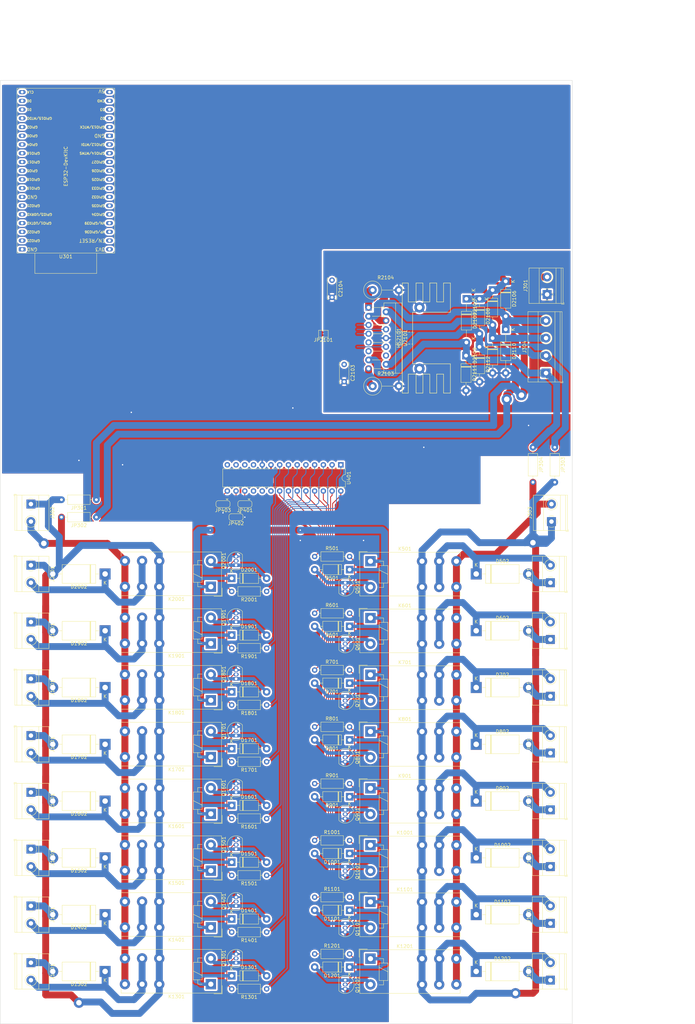
<source format=kicad_pcb>
(kicad_pcb (version 20211014) (generator pcbnew)

  (general
    (thickness 1.6)
  )

  (paper "A3" portrait)
  (layers
    (0 "F.Cu" signal)
    (31 "B.Cu" signal)
    (32 "B.Adhes" user "B.Adhesive")
    (33 "F.Adhes" user "F.Adhesive")
    (34 "B.Paste" user)
    (35 "F.Paste" user)
    (36 "B.SilkS" user "B.Silkscreen")
    (37 "F.SilkS" user "F.Silkscreen")
    (38 "B.Mask" user)
    (39 "F.Mask" user)
    (40 "Dwgs.User" user "User.Drawings")
    (41 "Cmts.User" user "User.Comments")
    (42 "Eco1.User" user "User.Eco1")
    (43 "Eco2.User" user "User.Eco2")
    (44 "Edge.Cuts" user)
    (45 "Margin" user)
    (46 "B.CrtYd" user "B.Courtyard")
    (47 "F.CrtYd" user "F.Courtyard")
    (48 "B.Fab" user)
    (49 "F.Fab" user)
    (50 "User.1" user "Nutzer.1")
    (51 "User.2" user "Nutzer.2")
    (52 "User.3" user "Nutzer.3")
    (53 "User.4" user "Nutzer.4")
    (54 "User.5" user "Nutzer.5")
    (55 "User.6" user "Nutzer.6")
    (56 "User.7" user "Nutzer.7")
    (57 "User.8" user "Nutzer.8")
    (58 "User.9" user "Nutzer.9")
  )

  (setup
    (stackup
      (layer "F.SilkS" (type "Top Silk Screen"))
      (layer "F.Paste" (type "Top Solder Paste"))
      (layer "F.Mask" (type "Top Solder Mask") (thickness 0.01))
      (layer "F.Cu" (type "copper") (thickness 0.035))
      (layer "dielectric 1" (type "core") (thickness 1.51) (material "FR4") (epsilon_r 4.5) (loss_tangent 0.02))
      (layer "B.Cu" (type "copper") (thickness 0.035))
      (layer "B.Mask" (type "Bottom Solder Mask") (thickness 0.01))
      (layer "B.Paste" (type "Bottom Solder Paste"))
      (layer "B.SilkS" (type "Bottom Silk Screen"))
      (copper_finish "None")
      (dielectric_constraints no)
    )
    (pad_to_mask_clearance 0)
    (pcbplotparams
      (layerselection 0x00010fc_ffffffff)
      (disableapertmacros false)
      (usegerberextensions false)
      (usegerberattributes true)
      (usegerberadvancedattributes true)
      (creategerberjobfile true)
      (svguseinch false)
      (svgprecision 6)
      (excludeedgelayer true)
      (plotframeref false)
      (viasonmask false)
      (mode 1)
      (useauxorigin false)
      (hpglpennumber 1)
      (hpglpenspeed 20)
      (hpglpendiameter 15.000000)
      (dxfpolygonmode true)
      (dxfimperialunits true)
      (dxfusepcbnewfont true)
      (psnegative false)
      (psa4output false)
      (plotreference true)
      (plotvalue true)
      (plotinvisibletext false)
      (sketchpadsonfab false)
      (subtractmaskfromsilk false)
      (outputformat 1)
      (mirror false)
      (drillshape 1)
      (scaleselection 1)
      (outputdirectory "")
    )
  )

  (net 0 "")
  (net 1 "+12V")
  (net 2 "/Digital/Relais Ansteuerung/C")
  (net 3 "/Digital/Relais Ansteuerung/A")
  (net 4 "/Digital/Relais Ansteuerung/D")
  (net 5 "/Digital/Relais Ansteuerung/B")
  (net 6 "Net-(Q501-Pad2)")
  (net 7 "GND")
  (net 8 "Net-(Q601-Pad2)")
  (net 9 "Net-(Q701-Pad2)")
  (net 10 "Net-(Q801-Pad2)")
  (net 11 "Net-(Q901-Pad2)")
  (net 12 "Net-(Q1001-Pad2)")
  (net 13 "Net-(Q1101-Pad2)")
  (net 14 "Net-(Q1201-Pad2)")
  (net 15 "Net-(Q1301-Pad2)")
  (net 16 "Net-(Q1401-Pad2)")
  (net 17 "Net-(Q1501-Pad2)")
  (net 18 "Net-(Q1601-Pad2)")
  (net 19 "Net-(Q1701-Pad2)")
  (net 20 "Net-(Q1801-Pad2)")
  (net 21 "Net-(Q1901-Pad2)")
  (net 22 "Net-(Q2001-Pad2)")
  (net 23 "/Digital/Relais Ansteuerung/Relais0/On")
  (net 24 "/Digital/Relais Ansteuerung/Relais1/On")
  (net 25 "/Digital/Relais Ansteuerung/Relais2/On")
  (net 26 "/Digital/Relais Ansteuerung/Relais3/On")
  (net 27 "/Digital/Relais Ansteuerung/Relais4/On")
  (net 28 "/Digital/Relais Ansteuerung/Relais5/On")
  (net 29 "/Digital/Relais Ansteuerung/Relais6/On")
  (net 30 "/Digital/Relais Ansteuerung/Relais7/On")
  (net 31 "/Digital/Relais Ansteuerung/Relais8/On")
  (net 32 "/Digital/Relais Ansteuerung/Relais9/On")
  (net 33 "/Digital/Relais Ansteuerung/Relais10/On")
  (net 34 "/Digital/Relais Ansteuerung/Relais11/On")
  (net 35 "/Digital/Relais Ansteuerung/Relais12/On")
  (net 36 "/Digital/Relais Ansteuerung/Relais13/On")
  (net 37 "/Digital/Relais Ansteuerung/Relais14/On")
  (net 38 "/Digital/Relais Ansteuerung/Relais15/On")
  (net 39 "+3V3")
  (net 40 "unconnected-(U301-Pad2)")
  (net 41 "unconnected-(U301-Pad3)")
  (net 42 "unconnected-(U301-Pad4)")
  (net 43 "unconnected-(U301-Pad5)")
  (net 44 "unconnected-(U301-Pad6)")
  (net 45 "unconnected-(U301-Pad7)")
  (net 46 "unconnected-(U301-Pad8)")
  (net 47 "unconnected-(U301-Pad9)")
  (net 48 "unconnected-(U301-Pad10)")
  (net 49 "unconnected-(U301-Pad11)")
  (net 50 "unconnected-(U301-Pad12)")
  (net 51 "unconnected-(U301-Pad13)")
  (net 52 "unconnected-(U301-Pad14)")
  (net 53 "unconnected-(U301-Pad15)")
  (net 54 "unconnected-(U301-Pad16)")
  (net 55 "unconnected-(U301-Pad17)")
  (net 56 "unconnected-(U301-Pad18)")
  (net 57 "unconnected-(U301-Pad19)")
  (net 58 "/Digital/SCL")
  (net 59 "/Digital/SDA")
  (net 60 "unconnected-(U301-Pad22)")
  (net 61 "unconnected-(U301-Pad23)")
  (net 62 "unconnected-(U301-Pad24)")
  (net 63 "unconnected-(U301-Pad25)")
  (net 64 "unconnected-(U301-Pad26)")
  (net 65 "unconnected-(U301-Pad27)")
  (net 66 "unconnected-(U301-Pad28)")
  (net 67 "unconnected-(U301-Pad29)")
  (net 68 "unconnected-(U301-Pad30)")
  (net 69 "unconnected-(U301-Pad31)")
  (net 70 "unconnected-(U301-Pad32)")
  (net 71 "unconnected-(U301-Pad33)")
  (net 72 "unconnected-(U301-Pad34)")
  (net 73 "unconnected-(U301-Pad35)")
  (net 74 "unconnected-(U301-Pad36)")
  (net 75 "unconnected-(U301-Pad37)")
  (net 76 "unconnected-(U301-Pad38)")
  (net 77 "unconnected-(U401-Pad11)")
  (net 78 "unconnected-(U401-Pad14)")
  (net 79 "~{Reset}")
  (net 80 "/Digital/Relais Ansteuerung/IntA")
  (net 81 "/Digital/Relais Ansteuerung/IntB")
  (net 82 "/Digital/Relais Ansteuerung/Relais0/AB")
  (net 83 "/Digital/Relais Ansteuerung/Relais1/AB")
  (net 84 "/Digital/Relais Ansteuerung/Relais2/AB")
  (net 85 "/Digital/Relais Ansteuerung/Relais3/AB")
  (net 86 "/Digital/Relais Ansteuerung/Relais4/AB")
  (net 87 "/Digital/Relais Ansteuerung/Relais5/AB")
  (net 88 "/Digital/Relais Ansteuerung/Relais6/AB")
  (net 89 "/Digital/Relais Ansteuerung/Relais7/AB")
  (net 90 "/Digital/Relais Ansteuerung/Relais8/AB")
  (net 91 "/Digital/Relais Ansteuerung/Relais9/AB")
  (net 92 "/Digital/Relais Ansteuerung/Relais10/AB")
  (net 93 "/Digital/Relais Ansteuerung/Relais11/AB")
  (net 94 "/Digital/Relais Ansteuerung/Relais12/AB")
  (net 95 "/Digital/Relais Ansteuerung/Relais13/AB")
  (net 96 "/Digital/Relais Ansteuerung/Relais14/AB")
  (net 97 "/Digital/Relais Ansteuerung/Relais15/AB")
  (net 98 "/Digital/Relais Ansteuerung/Relais0/mitte")
  (net 99 "/Digital/Relais Ansteuerung/Relais1/mitte")
  (net 100 "/Digital/Relais Ansteuerung/Relais2/mitte")
  (net 101 "/Digital/Relais Ansteuerung/Relais3/mitte")
  (net 102 "/Digital/Relais Ansteuerung/Relais4/mitte")
  (net 103 "/Digital/Relais Ansteuerung/Relais5/mitte")
  (net 104 "/Digital/Relais Ansteuerung/Relais6/mitte")
  (net 105 "/Digital/Relais Ansteuerung/Relais7/mitte")
  (net 106 "/Digital/Relais Ansteuerung/Relais8/mitte")
  (net 107 "/Digital/Relais Ansteuerung/Relais9/mitte")
  (net 108 "/Digital/Relais Ansteuerung/Relais10/mitte")
  (net 109 "/Digital/Relais Ansteuerung/Relais11/mitte")
  (net 110 "/Digital/Relais Ansteuerung/Relais12/mitte")
  (net 111 "/Digital/Relais Ansteuerung/Relais13/mitte")
  (net 112 "/Digital/Relais Ansteuerung/Relais14/mitte")
  (net 113 "/Digital/Relais Ansteuerung/Relais15/mitte")
  (net 114 "/Digital/Motortreiber/M2B")
  (net 115 "/Digital/Motortreiber/M2A")
  (net 116 "/Digital/Motortreiber/M1B")
  (net 117 "/Digital/Motortreiber/M1A")
  (net 118 "/Digital/Motortreiber/1m")
  (net 119 "/Digital/Motortreiber/1A")
  (net 120 "/Digital/Motortreiber/1Enable")
  (net 121 "/Digital/Motortreiber/1B")
  (net 122 "+5V")
  (net 123 "/Digital/Motortreiber/2A")
  (net 124 "/Digital/Motortreiber/2Enable")
  (net 125 "/Digital/Motortreiber/2B")
  (net 126 "/Digital/Motortreiber/2m")
  (net 127 "/Digital/Motortreiber/GNDPWR")
  (net 128 "/Digital/Motortreiber/VS")
  (net 129 "Net-(JP401-Pad2)")
  (net 130 "Net-(JP402-Pad2)")
  (net 131 "Net-(JP403-Pad2)")

  (footprint "Relay_THT:Relay_DPDT_Finder_40.52" (layer "F.Cu") (at 89.1775 333.9075 180))

  (footprint "Jumper:SolderJumper-3_P1.3mm_Bridged2Bar12_RoundedPad1.0x1.5mm" (layer "F.Cu") (at 99.09 210.82 180))

  (footprint "Resistor_THT:R_Axial_DIN0207_L6.3mm_D2.5mm_P10.16mm_Horizontal" (layer "F.Cu") (at 105.41 318.77 180))

  (footprint "Capacitor_THT:C_Disc_D6.0mm_W2.5mm_P5.00mm" (layer "F.Cu") (at 124.435 145.71 -90))

  (footprint "Relay_THT:Relay_DPDT_Finder_40.52" (layer "F.Cu") (at 135.6125 343.0025))

  (footprint "Resistor_THT:R_Axial_DIN0207_L6.3mm_D2.5mm_P10.16mm_Horizontal" (layer "F.Cu") (at 55.88 209.55 180))

  (footprint "Diode_THT:D_DO-41_SOD81_P10.16mm_Horizontal" (layer "F.Cu") (at 163.415 167.64 -90))

  (footprint "Diode_THT:D_DO-41_SOD81_P12.70mm_Horizontal" (layer "F.Cu") (at 174.955 160.02 -90))

  (footprint "Diode_THT:D_DO-201AD_P15.24mm_Horizontal" (layer "F.Cu") (at 166.37 297.18))

  (footprint "Resistor_THT:R_Axial_DIN0207_L6.3mm_D2.5mm_P10.16mm_Horizontal" (layer "F.Cu") (at 105.41 335.28 180))

  (footprint "TerminalBlock_Phoenix:TerminalBlock_Phoenix_MKDS-1,5-2-5.08_1x02_P5.08mm_Horizontal" (layer "F.Cu") (at 36.83 344.17 -90))

  (footprint "Resistor_THT:R_Axial_DIN0207_L6.3mm_D2.5mm_P10.16mm_Horizontal" (layer "F.Cu") (at 55.88 214.63 180))

  (footprint "Resistor_THT:R_Axial_DIN0207_L6.3mm_D2.5mm_P10.16mm_Horizontal" (layer "F.Cu") (at 105.41 302.26 180))

  (footprint "TerminalBlock_Phoenix:TerminalBlock_Phoenix_MKDS-1,5-2-5.08_1x02_P5.08mm_Horizontal" (layer "F.Cu") (at 187.96 266.7 90))

  (footprint "Diode_THT:D_DO-201AD_P15.24mm_Horizontal" (layer "F.Cu") (at 58.42 330.2 180))

  (footprint "Resistor_THT:R_Axial_DIN0516_L15.5mm_D5.0mm_P7.62mm_Vertical" (layer "F.Cu") (at 136.235 176.53))

  (footprint "TerminalBlock_Phoenix:TerminalBlock_Phoenix_MKDS-1,5-2-5.08_1x02_P5.08mm_Horizontal" (layer "F.Cu") (at 36.83 261.62 -90))

  (footprint "TerminalBlock_Phoenix:TerminalBlock_Phoenix_MKDS-1,5-2-5.08_1x02_P5.08mm_Horizontal" (layer "F.Cu") (at 36.83 245.11 -90))

  (footprint "Diode_THT:D_DO-201AD_P15.24mm_Horizontal" (layer "F.Cu") (at 166.37 280.67))

  (footprint "Diode_THT:D_DO-41_SOD81_P10.16mm_Horizontal" (layer "F.Cu") (at 95.25 248.92))

  (footprint "Relay_THT:Relay_DPDT_Finder_40.52" (layer "F.Cu") (at 89.1775 284.3775 180))

  (footprint "Package_TO_SOT_THT:TO-92_Inline" (layer "F.Cu") (at 96.52 327.66 90))

  (footprint "Diode_THT:D_DO-41_SOD81_P10.16mm_Horizontal" (layer "F.Cu") (at 95.25 232.41))

  (footprint "TerminalBlock_Phoenix:TerminalBlock_Phoenix_MKDS-1,5-2-5.08_1x02_P5.08mm_Horizontal" (layer "F.Cu") (at 187.96 349.25 90))

  (footprint "Diode_THT:D_DO-201AD_P15.24mm_Horizontal" (layer "F.Cu") (at 58.42 313.69 180))

  (footprint "Relay_THT:Relay_DPDT_Finder_40.52" (layer "F.Cu") (at 89.1775 317.3975 180))

  (footprint "TerminalBlock_Phoenix:TerminalBlock_Phoenix_MKDS-1,5-4-5.08_1x04_P5.08mm_Horizontal" (layer "F.Cu") (at 186.69 172.72 90))

  (footprint "Relay_THT:Relay_DPDT_Finder_40.52" (layer "F.Cu") (at 135.6125 276.9625))

  (footprint "Package_TO_SOT_THT:TO-92_Inline" (layer "F.Cu") (at 96.52 245.11 90))

  (footprint "Package_TO_SOT_THT:TO-220-15_P2.54x2.54mm_StaggerOdd_Lead4.58mm_Vertical" (layer "F.Cu") (at 135.06 153.665 -90))

  (footprint "TerminalBlock_Phoenix:TerminalBlock_Phoenix_MKDS-1,5-2-5.08_1x02_P5.08mm_Horizontal" (layer "F.Cu") (at 187.96 332.74 90))

  (footprint "Jumper:SolderJumper-2_P1.3mm_Bridged2Bar_Pad1.0x1.5mm" (layer "F.Cu") (at 121.92 161.29 180))

  (footprint "Package_TO_SOT_THT:TO-92_Inline" (layer "F.Cu") (at 96.52 294.64 90))

  (footprint "Diode_THT:D_DO-41_SOD81_P10.16mm_Horizontal" (layer "F.Cu") (at 171.145 148.59 -90))

  (footprint "Relay_THT:Relay_DPDT_Finder_40.52" (layer "F.Cu") (at 135.6125 309.9825))

  (footprint "Package_TO_SOT_THT:TO-92_Inline" (layer "F.Cu") (at 128.27 266.7 -90))

  (footprint "Diode_THT:D_DO-41_SOD81_P10.16mm_Horizontal" (layer "F.Cu")
    (tedit 5AE50CD5) (tstamp 469518d4-0af3-40e9-96c0-e62d219fc9d5)
    (at 95.25 281.94)
    (descr "Diode, DO-41_SOD81 series, Axial, Horizontal, pin pitch=10.16mm, , length*diameter=5.2*2.7mm^2, , http://www.diodes.com/_files/packages/DO-41%20(Plastic).pdf")
    (tags "Diode DO-41_SOD81 series Axial Horizontal pin pitch 10.16mm  length 5.2mm diameter 2.7mm")
    (property "Sheetfile" "Relais.kicad_sch")
    (property "Sheetname" "Relais12")
    (path "/c7d0284b-26f3-46a0-a20a-63616420e27a/e5b83e64-c70c-4e3c-91cb-1e480aa92410/a926da29-87f4-400c-a37a-b3ec10a87c8d/c448d3c7-2db2-47a3-baaf-9efae4143e9b")
    (attr through_hole)
    (fp_text reference "D1701" (at 5.08 -2.47) (layer "F.SilkS")
      (effects (font (size 1 1) (thickness 0.15)))
      (tstamp 1773adc3-1f7f-484d-a7bc-a750ddd93d57)
    )
    (fp_text value "1N4001" (at 5.08 2.47) (layer "F.Fab")
      (effects (font (size 1 1) (thickness 0.15)))
      (tstamp bbf383af-0c8f-4430-8a1d-dc26c476a3df)
    )
    (fp_text user "K" (at 0 -2.1) (layer "F.SilkS")
      (effects (font (size 1 1) (thickness 0.15)))
      (tstamp 8a2554d8-1d8d-4ce8-b925-8194b63b396b)
    )
    (fp_text user "K" (at 0 -2.1) (layer "F.Fab")
      (effects (font (size 1 1) (thickness 0.15)))
      (tstamp 26b8e070-0eb3-4812-bb69-3b27577eb85c)
    )
    (fp_text user "${REFERENCE}" (at 5.47 0) (layer "F.Fab")
      (effects (font (size 1 1) (thickness 0.15)))
      (tstamp 6928b21e-2cf1-44b8-b5c8-be68c3e55645)
    )
    (fp_line (start 2.36 1.47) (end 7.8 1.47) (layer "F.SilkS") (width 0.12) (tstamp 14a30cff-cc51-495e-bed5-e177a9937251))
    (fp_line (start 3.14 -1.47) (end 3.14 1.47) (layer "F.SilkS") (width 0.12) (tstamp 545dc232-575d-48a2-913d-da07909c32ba))
    (fp_line (start 3.38 -1.47) (end 3.38 1.47) (layer "F.SilkS") (width 0.12) (tstamp 6b5ba638-3cd1-442f-86d2-c4e040dde142))
    (fp_line (start 1.34 0) (end 2.36 0) (layer "F.SilkS") (width 0.12) (tstamp 7156c5be-cc72-471d-8fc4-659ea1efd613))
    (fp_line (start 2.36 -1.47) (end 2.36 1.47) (layer "F.SilkS") (width 0.12) (tstamp 747ac439-7425-4c56-a44d-ce510fb6d7c5))
    (fp_line (start 8.82 0) (end 7.8 0) (layer "F.SilkS") (width 0.12) (tstamp 779ea120-14c2-46ca-84bd-530b5b31ae64))
    (fp_line (start 7.8 -1.47) (end 2.36 -1.47) (layer "F.SilkS") (width 0.12) (tstamp a155ab4e-954b-400d-86c6-b99a4d606615))
    (fp_line (start 3.26 -1.47) (end 3.26 1.47) (layer "F.SilkS") (width 0.12) (tstamp b631d5b6-eafe-403e-9693-91bdf42097d2))
    (fp_line (start 7.8 1.47) (end 7.8 -1.47) (layer "F.SilkS") (width 0.12) (tstamp cbe21627-22bf-424f-add0-bf6e4eab18a0))
    (fp_line (start -1.35 -1.6) (end -1.35 1.6) (layer "F.CrtYd") (width 0.05) (tstamp 0372f455-f587-4346-a1cd-1a5c484fbab1))
    (fp_line (start -1.35 1.6) (end 11.51 1.6) (layer "F.CrtYd") (width 0.05) (tstamp 6f4f10ee-56dc-4cb8-a8d4-3061c7e21240))
    (fp_line (start 11.51 -1.6) (end -1.35 -1.6
... [2045112 chars truncated]
</source>
